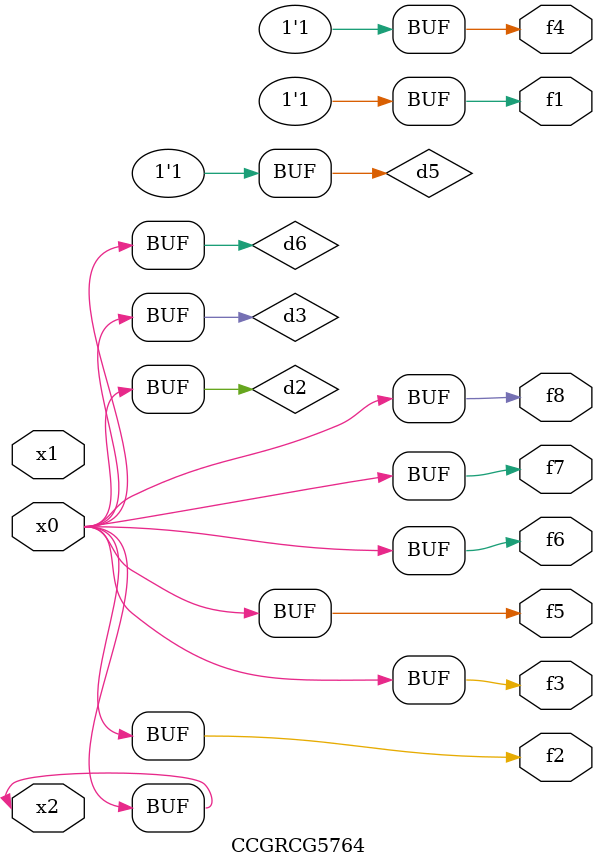
<source format=v>
module CCGRCG5764(
	input x0, x1, x2,
	output f1, f2, f3, f4, f5, f6, f7, f8
);

	wire d1, d2, d3, d4, d5, d6;

	xnor (d1, x2);
	buf (d2, x0, x2);
	and (d3, x0);
	xnor (d4, x1, x2);
	nand (d5, d1, d3);
	buf (d6, d2, d3);
	assign f1 = d5;
	assign f2 = d6;
	assign f3 = d6;
	assign f4 = d5;
	assign f5 = d6;
	assign f6 = d6;
	assign f7 = d6;
	assign f8 = d6;
endmodule

</source>
